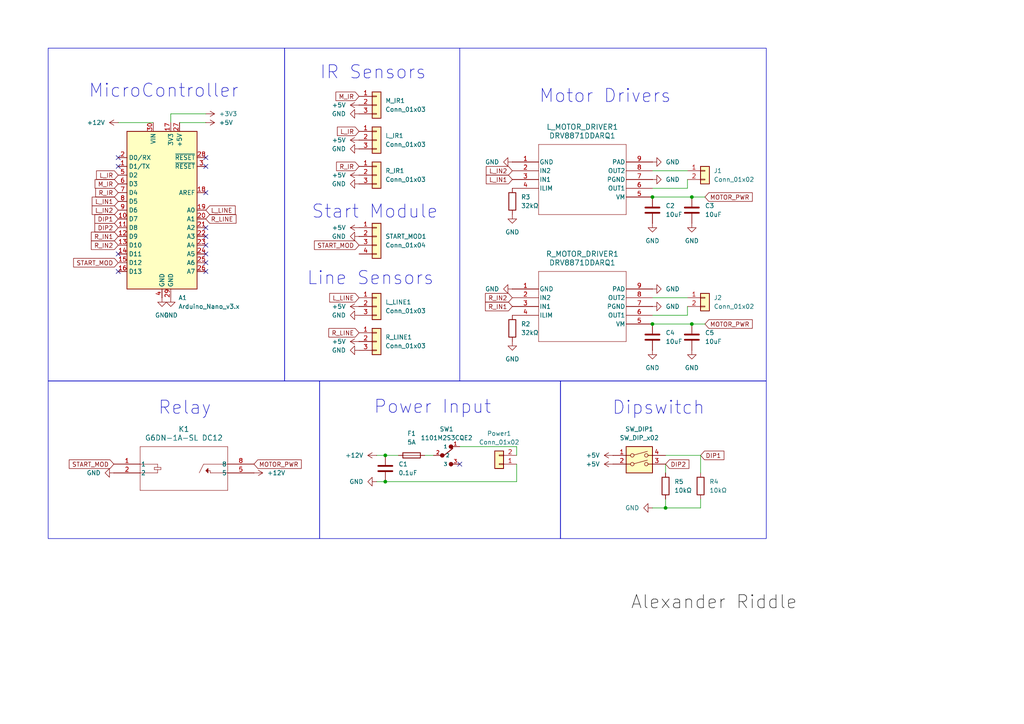
<source format=kicad_sch>
(kicad_sch (version 20231120) (generator "eeschema") (generator_version "8.0")
  (paper "A4")
  (lib_symbols
    (symbol "1101M2S3CQE2:1101M2S3CQE2" (pin_names (offset 1.016))
      (property "Reference" "S" (at 2.5409 5.0819 0))
      (property "Value" "1101M2S3CQE2" (at 2.5405 -5.0811 0))
      (symbol "1101M2S3CQE2_0_0"
        (circle (center 0 -0.254) (radius 0.254) (stroke (width 0.254)))
        (polyline (pts (xy 0.508 0) (xy 3.048 2.032)) (stroke (width 0.254)))
        (circle (center 0 0) (radius 0.254) (stroke (width 0.254)))
        (circle (center 0 0) (radius 0.3592) (stroke (width 0.254)))
        (circle (center 0 0) (radius 0.508) (stroke (width 0.254)))
        (circle (center 2.286 2.54) (radius 0.254) (stroke (width 0.254)))
        (circle (center 2.54 -2.794) (radius 0.254) (stroke (width 0.254)))
        (circle (center 2.54 -2.54) (radius 0.254) (stroke (width 0.254)))
        (circle (center 2.54 -2.54) (radius 0.508) (stroke (width 0.254)))
        (circle (center 2.54 2.54) (radius 0.254) (stroke (width 0.254)))
        (circle (center 2.54 2.54) (radius 0.3592) (stroke (width 0.254)))
        (circle (center 2.54 2.54) (radius 0.3592) (stroke (width 0.254)))
        (circle (center 2.54 2.54) (radius 0.508) (stroke (width 0.254)))
        (pin passive line (at 5.08 2.54 180) (length 2.54) (name "1") (number "1"))
        (pin passive line (at -2.54 0 0) (length 2.54) (name "2") (number "2"))
        (pin passive line (at 5.08 -2.54 180) (length 2.54) (name "3") (number "3"))
      )
    )
    (symbol "Connector_Generic:Conn_01x02" (pin_names (offset 1.016) hide)
      (property "Reference" "J" (at 0 2.54 0))
      (property "Value" "Conn_01x02" (at 0 -5.08 0))
      (symbol "Conn_01x02_1_1"
        (rectangle (start -1.27 -2.413) (end 0 -2.667) (stroke (width 0.1524)))
        (rectangle (start -1.27 0.127) (end 0 -0.127) (stroke (width 0.1524)))
        (rectangle (start -1.27 1.27) (end 1.27 -3.81) (stroke (width 0.254)) (fill (type background)))
        (pin passive line (at -5.08 0 0) (length 3.81) (name "Pin_1") (number "1"))
        (pin passive line (at -5.08 -2.54 0) (length 3.81) (name "Pin_2") (number "2"))
      )
    )
    (symbol "Connector_Generic:Conn_01x03" (pin_names (offset 1.016) hide)
      (property "Reference" "J" (at 0 5.08 0))
      (property "Value" "Conn_01x03" (at 0 -5.08 0))
      (symbol "Conn_01x03_1_1"
        (rectangle (start -1.27 -2.413) (end 0 -2.667) (stroke (width 0.1524)))
        (rectangle (start -1.27 0.127) (end 0 -0.127) (stroke (width 0.1524)))
        (rectangle (start -1.27 2.667) (end 0 2.413) (stroke (width 0.1524)))
        (rectangle (start -1.27 3.81) (end 1.27 -3.81) (stroke (width 0.254)) (fill (type background)))
        (pin passive line (at -5.08 2.54 0) (length 3.81) (name "Pin_1") (number "1"))
        (pin passive line (at -5.08 0 0) (length 3.81) (name "Pin_2") (number "2"))
        (pin passive line (at -5.08 -2.54 0) (length 3.81) (name "Pin_3") (number "3"))
      )
    )
    (symbol "Connector_Generic:Conn_01x04" (pin_names (offset 1.016) hide)
      (property "Reference" "J" (at 0 5.08 0))
      (property "Value" "Conn_01x04" (at 0 -7.62 0))
      (symbol "Conn_01x04_1_1"
        (rectangle (start -1.27 -4.953) (end 0 -5.207) (stroke (width 0.1524)))
        (rectangle (start -1.27 -2.413) (end 0 -2.667) (stroke (width 0.1524)))
        (rectangle (start -1.27 0.127) (end 0 -0.127) (stroke (width 0.1524)))
        (rectangle (start -1.27 2.667) (end 0 2.413) (stroke (width 0.1524)))
        (rectangle (start -1.27 3.81) (end 1.27 -6.35) (stroke (width 0.254)) (fill (type background)))
        (pin passive line (at -5.08 2.54 0) (length 3.81) (name "Pin_1") (number "1"))
        (pin passive line (at -5.08 0 0) (length 3.81) (name "Pin_2") (number "2"))
        (pin passive line (at -5.08 -2.54 0) (length 3.81) (name "Pin_3") (number "3"))
        (pin passive line (at -5.08 -5.08 0) (length 3.81) (name "Pin_4") (number "4"))
      )
    )
    (symbol "DRV8871:DRV8871DDARQ1" (pin_names (offset 0.254))
      (property "Reference" "U" (at 20.32 10.16 0))
      (property "Value" "DRV8871DDARQ1" (at 20.32 7.62 0))
      (symbol "DRV8871DDARQ1_0_1"
        (polyline (pts (xy 7.62 -15.24) (xy 33.02 -15.24)) (stroke (width 0.127)))
        (polyline (pts (xy 7.62 5.08) (xy 7.62 -15.24)) (stroke (width 0.127)))
        (polyline (pts (xy 33.02 -15.24) (xy 33.02 5.08)) (stroke (width 0.127)))
        (polyline (pts (xy 33.02 5.08) (xy 7.62 5.08)) (stroke (width 0.127)))
        (pin power_in line (at 0 0 0) (length 7.62) (name "GND") (number "1"))
        (pin input line (at 0 -2.54 0) (length 7.62) (name "IN2") (number "2"))
        (pin input line (at 0 -5.08 0) (length 7.62) (name "IN1") (number "3"))
        (pin input line (at 0 -7.62 0) (length 7.62) (name "ILIM") (number "4"))
        (pin power_in line (at 40.64 -10.16 180) (length 7.62) (name "VM") (number "5"))
        (pin output line (at 40.64 -7.62 180) (length 7.62) (name "OUT1") (number "6"))
        (pin power_in line (at 40.64 -5.08 180) (length 7.62) (name "PGND") (number "7"))
        (pin output line (at 40.64 -2.54 180) (length 7.62) (name "OUT2") (number "8"))
        (pin power_in line (at 40.64 0 180) (length 7.62) (name "PAD") (number "9"))
      )
    )
    (symbol "Device:C" (pin_numbers hide) (pin_names (offset 0.254))
      (property "Reference" "C" (at 0.635 2.54 0))
      (property "Value" "C" (at 0.635 -2.54 0))
      (symbol "C_0_1"
        (polyline (pts (xy -2.032 -0.762) (xy 2.032 -0.762)) (stroke (width 0.508)))
        (polyline (pts (xy -2.032 0.762) (xy 2.032 0.762)) (stroke (width 0.508)))
      )
      (symbol "C_1_1"
        (pin passive line (at 0 3.81 270) (length 2.794) (name "~") (number "1"))
        (pin passive line (at 0 -3.81 90) (length 2.794) (name "~") (number "2"))
      )
    )
    (symbol "Device:Fuse" (pin_numbers hide) (pin_names (offset 0))
      (property "Reference" "F" (at 2.032 0 90))
      (property "Value" "Fuse" (at -1.905 0 90))
      (symbol "Fuse_0_1"
        (rectangle (start -0.762 -2.54) (end 0.762 2.54) (stroke (width 0.254)))
        (polyline (pts (xy 0 2.54) (xy 0 -2.54)))
      )
      (symbol "Fuse_1_1"
        (pin passive line (at 0 3.81 270) (length 1.27) (name "~") (number "1"))
        (pin passive line (at 0 -3.81 90) (length 1.27) (name "~") (number "2"))
      )
    )
    (symbol "Device:R" (pin_numbers hide) (pin_names (offset 0))
      (property "Reference" "R" (at 2.032 0 90))
      (property "Value" "R" (at 0 0 90))
      (symbol "R_0_1"
        (rectangle (start -1.016 -2.54) (end 1.016 2.54) (stroke (width 0.254)))
      )
      (symbol "R_1_1"
        (pin passive line (at 0 3.81 270) (length 1.27) (name "~") (number "1"))
        (pin passive line (at 0 -3.81 90) (length 1.27) (name "~") (number "2"))
      )
    )
    (symbol "G6DN-1A-SL-DC12:G6DN-1A-SL_DC12" (pin_names (offset 0.254))
      (property "Reference" "K" (at 20.32 10.16 0))
      (property "Value" "G6DN-1A-SL DC12" (at 20.32 7.62 0))
      (symbol "G6DN-1A-SL_DC12_0_1"
        (polyline (pts (xy 7.62 -7.62) (xy 33.02 -7.62)) (stroke (width 0.127)))
        (polyline (pts (xy 7.62 -2.54) (xy 12.7 -2.54)) (stroke (width 0.127)))
        (polyline (pts (xy 7.62 0) (xy 12.7 0)) (stroke (width 0.127)))
        (polyline (pts (xy 7.62 5.08) (xy 7.62 -7.62)) (stroke (width 0.127)))
        (polyline (pts (xy 11.7475 -1.5875) (xy 13.6525 -1.5875)) (stroke (width 0.127)))
        (polyline (pts (xy 11.7475 -0.9525) (xy 11.7475 -1.5875)) (stroke (width 0.127)))
        (polyline (pts (xy 11.7475 -0.9525) (xy 13.6525 -0.9525)) (stroke (width 0.127)))
        (polyline (pts (xy 12.7 -2.54) (xy 12.7 -1.5875)) (stroke (width 0.127)))
        (polyline (pts (xy 12.7 0) (xy 12.7 -0.9525)) (stroke (width 0.127)))
        (polyline (pts (xy 13.6525 -0.9525) (xy 13.6525 -1.5875)) (stroke (width 0.127)))
        (polyline (pts (xy 26.035 0) (xy 24.765 -2.54)) (stroke (width 0.127)))
        (polyline (pts (xy 26.67 -1.905) (xy 27.305 -2.54)) (stroke (width 0.127)))
        (polyline (pts (xy 26.67 -1.905) (xy 27.305 -1.27)) (stroke (width 0.127)))
        (polyline (pts (xy 27.305 -1.905) (xy 27.94 -1.905)) (stroke (width 0.127)))
        (polyline (pts (xy 27.305 -1.27) (xy 27.305 -2.54)) (stroke (width 0.127)))
        (polyline (pts (xy 27.94 -2.54) (xy 27.94 -1.905)) (stroke (width 0.127)))
        (polyline (pts (xy 27.94 -2.54) (xy 33.02 -2.54)) (stroke (width 0.127)))
        (polyline (pts (xy 33.02 -7.62) (xy 33.02 5.08)) (stroke (width 0.127)))
        (polyline (pts (xy 33.02 0) (xy 26.035 0)) (stroke (width 0.127)))
        (polyline (pts (xy 33.02 5.08) (xy 7.62 5.08)) (stroke (width 0.127)))
        (polyline (pts (xy 26.67 -1.905) (xy 27.305 -1.27) (xy 27.305 -2.54)) (fill (type outline)))
        (pin unspecified line (at 0 0 0) (length 7.62) (name "1") (number "1"))
        (pin unspecified line (at 0 -2.54 0) (length 7.62) (name "2") (number "2"))
        (pin unspecified line (at 40.64 -2.54 180) (length 7.62) (name "5") (number "5"))
        (pin unspecified line (at 40.64 0 180) (length 7.62) (name "8") (number "8"))
      )
    )
    (symbol "MCU_Module:Arduino_Nano_v3.x"
      (property "Reference" "A" (at -10.16 23.495 0))
      (property "Value" "Arduino_Nano_v3.x" (at 5.08 -24.13 0))
      (symbol "Arduino_Nano_v3.x_0_1"
        (rectangle (start -10.16 22.86) (end 10.16 -22.86) (stroke (width 0.254)) (fill (type background)))
      )
      (symbol "Arduino_Nano_v3.x_1_1"
        (pin bidirectional line (at -12.7 12.7 0) (length 2.54) (name "D1/TX") (number "1"))
        (pin bidirectional line (at -12.7 -2.54 0) (length 2.54) (name "D7") (number "10"))
        (pin bidirectional line (at -12.7 -5.08 0) (length 2.54) (name "D8") (number "11"))
        (pin bidirectional line (at -12.7 -7.62 0) (length 2.54) (name "D9") (number "12"))
        (pin bidirectional line (at -12.7 -10.16 0) (length 2.54) (name "D10") (number "13"))
        (pin bidirectional line (at -12.7 -12.7 0) (length 2.54) (name "D11") (number "14"))
        (pin bidirectional line (at -12.7 -15.24 0) (length 2.54) (name "D12") (number "15"))
        (pin bidirectional line (at -12.7 -17.78 0) (length 2.54) (name "D13") (number "16"))
        (pin power_out line (at 2.54 25.4 270) (length 2.54) (name "3V3") (number "17"))
        (pin input line (at 12.7 5.08 180) (length 2.54) (name "AREF") (number "18"))
        (pin bidirectional line (at 12.7 0 180) (length 2.54) (name "A0") (number "19"))
        (pin bidirectional line (at -12.7 15.24 0) (length 2.54) (name "D0/RX") (number "2"))
        (pin bidirectional line (at 12.7 -2.54 180) (length 2.54) (name "A1") (number "20"))
        (pin bidirectional line (at 12.7 -5.08 180) (length 2.54) (name "A2") (number "21"))
        (pin bidirectional line (at 12.7 -7.62 180) (length 2.54) (name "A3") (number "22"))
        (pin bidirectional line (at 12.7 -10.16 180) (length 2.54) (name "A4") (number "23"))
        (pin bidirectional line (at 12.7 -12.7 180) (length 2.54) (name "A5") (number "24"))
        (pin bidirectional line (at 12.7 -15.24 180) (length 2.54) (name "A6") (number "25"))
        (pin bidirectional line (at 12.7 -17.78 180) (length 2.54) (name "A7") (number "26"))
        (pin power_out line (at 5.08 25.4 270) (length 2.54) (name "+5V") (number "27"))
        (pin input line (at 12.7 15.24 180) (length 2.54) (name "~{RESET}") (number "28"))
        (pin power_in line (at 2.54 -25.4 90) (length 2.54) (name "GND") (number "29"))
        (pin input line (at 12.7 12.7 180) (length 2.54) (name "~{RESET}") (number "3"))
        (pin power_in line (at -2.54 25.4 270) (length 2.54) (name "VIN") (number "30"))
        (pin power_in line (at 0 -25.4 90) (length 2.54) (name "GND") (number "4"))
        (pin bidirectional line (at -12.7 10.16 0) (length 2.54) (name "D2") (number "5"))
        (pin bidirectional line (at -12.7 7.62 0) (length 2.54) (name "D3") (number "6"))
        (pin bidirectional line (at -12.7 5.08 0) (length 2.54) (name "D4") (number "7"))
        (pin bidirectional line (at -12.7 2.54 0) (length 2.54) (name "D5") (number "8"))
        (pin bidirectional line (at -12.7 0 0) (length 2.54) (name "D6") (number "9"))
      )
    )
    (symbol "Switch:SW_DIP_x02" (pin_names (offset 0) hide)
      (property "Reference" "SW" (at 0 6.35 0))
      (property "Value" "SW_DIP_x02" (at 0 -3.81 0))
      (symbol "SW_DIP_x02_0_0"
        (circle (center -2.032 0) (radius 0.508))
        (circle (center -2.032 2.54) (radius 0.508))
        (polyline (pts (xy -1.524 0.127) (xy 2.3622 1.1684)))
        (polyline (pts (xy -1.524 2.667) (xy 2.3622 3.7084)))
        (circle (center 2.032 0) (radius 0.508))
        (circle (center 2.032 2.54) (radius 0.508))
      )
      (symbol "SW_DIP_x02_0_1"
        (rectangle (start -3.81 5.08) (end 3.81 -2.54) (stroke (width 0.254)) (fill (type background)))
      )
      (symbol "SW_DIP_x02_1_1"
        (pin passive line (at -7.62 2.54 0) (length 5.08) (name "~") (number "1"))
        (pin passive line (at -7.62 0 0) (length 5.08) (name "~") (number "2"))
        (pin passive line (at 7.62 0 180) (length 5.08) (name "~") (number "3"))
        (pin passive line (at 7.62 2.54 180) (length 5.08) (name "~") (number "4"))
      )
    )
    (symbol "power:+12V" (power) (pin_numbers hide) (pin_names (offset 0) hide)
      (property "Value" "+12V" (at 0 3.556 0))
      (symbol "+12V_0_1"
        (polyline (pts (xy -0.762 1.27) (xy 0 2.54)))
        (polyline (pts (xy 0 0) (xy 0 2.54)))
        (polyline (pts (xy 0 2.54) (xy 0.762 1.27)))
      )
      (symbol "+12V_1_1"
        (pin power_in line (at 0 0 90) (length 0) (name "~") (number "1"))
      )
    )
    (symbol "power:+3V3" (power) (pin_numbers hide) (pin_names (offset 0) hide)
      (property "Value" "+3V3" (at 0 3.556 0))
      (symbol "+3V3_0_1"
        (polyline (pts (xy -0.762 1.27) (xy 0 2.54)))
        (polyline (pts (xy 0 0) (xy 0 2.54)))
        (polyline (pts (xy 0 2.54) (xy 0.762 1.27)))
      )
      (symbol "+3V3_1_1"
        (pin power_in line (at 0 0 90) (length 0) (name "~") (number "1"))
      )
    )
    (symbol "power:+5V" (power) (pin_numbers hide) (pin_names (offset 0) hide)
      (property "Value" "+5V" (at 0 3.556 0))
      (symbol "+5V_0_1"
        (polyline (pts (xy -0.762 1.27) (xy 0 2.54)))
        (polyline (pts (xy 0 0) (xy 0 2.54)))
        (polyline (pts (xy 0 2.54) (xy 0.762 1.27)))
      )
      (symbol "+5V_1_1"
        (pin power_in line (at 0 0 90) (length 0) (name "~") (number "1"))
      )
    )
    (symbol "power:GND" (power) (pin_numbers hide) (pin_names (offset 0) hide)
      (property "Value" "GND" (at 0 -3.81 0))
      (symbol "GND_0_1"
        (polyline (pts (xy 0 0) (xy 0 -1.27) (xy 1.27 -1.27) (xy 0 -2.54) (xy -1.27 -1.27) (xy 0 -1.27)))
      )
      (symbol "GND_1_1"
        (pin power_in line (at 0 0 270) (length 0) (name "~") (number "1"))
      )
    )
  )
  (junction (at 189.23 57.15))
  (junction (at 189.23 93.98))
  (junction (at 111.76 139.7))
  (junction (at 111.76 132.08))
  (junction (at 200.66 93.98))
  (junction (at 200.66 57.15))
  (junction (at 193.04 147.32))
  (no_connect (at 133.35 134.62))
  (no_connect (at 34.29 45.72))
  (no_connect (at 59.69 55.88))
  (no_connect (at 59.69 78.74))
  (no_connect (at 59.69 48.26))
  (no_connect (at 34.29 78.74))
  (no_connect (at 34.29 48.26))
  (no_connect (at 59.69 76.2))
  (no_connect (at 59.69 71.12))
  (no_connect (at 59.69 66.04))
  (no_connect (at 59.69 45.72))
  (no_connect (at 34.29 73.66))
  (no_connect (at 59.69 68.58))
  (no_connect (at 59.69 73.66))
  (wire (pts (xy 199.39 91.44) (xy 199.39 88.9)))
  (wire (pts (xy 34.29 35.56) (xy 44.45 35.56)))
  (wire (pts (xy 189.23 54.61) (xy 199.39 54.61)))
  (wire (pts (xy 109.22 132.08) (xy 111.76 132.08)))
  (wire (pts (xy 200.66 57.15) (xy 189.23 57.15)))
  (wire (pts (xy 109.22 139.7) (xy 111.76 139.7)))
  (wire (pts (xy 193.04 144.78) (xy 193.04 147.32)))
  (wire (pts (xy 200.66 93.98) (xy 189.23 93.98)))
  (wire (pts (xy 199.39 54.61) (xy 199.39 52.07)))
  (wire (pts (xy 193.04 147.32) (xy 203.2 147.32)))
  (wire (pts (xy 189.23 49.53) (xy 199.39 49.53)))
  (wire (pts (xy 189.23 86.36) (xy 199.39 86.36)))
  (wire (pts (xy 193.04 132.08) (xy 203.2 132.08)))
  (wire (pts (xy 149.86 129.54) (xy 133.35 129.54)))
  (wire (pts (xy 111.76 132.08) (xy 115.57 132.08)))
  (wire (pts (xy 204.47 93.98) (xy 200.66 93.98)))
  (wire (pts (xy 203.2 144.78) (xy 203.2 147.32)))
  (wire (pts (xy 203.2 132.08) (xy 203.2 137.16)))
  (wire (pts (xy 111.76 139.7) (xy 149.86 139.7)))
  (wire (pts (xy 189.23 91.44) (xy 199.39 91.44)))
  (wire (pts (xy 189.23 147.32) (xy 193.04 147.32)))
  (wire (pts (xy 49.53 35.56) (xy 49.53 33.02)))
  (wire (pts (xy 204.47 57.15) (xy 200.66 57.15)))
  (wire (pts (xy 59.69 35.56) (xy 52.07 35.56)))
  (wire (pts (xy 149.86 132.08) (xy 149.86 129.54)))
  (wire (pts (xy 49.53 33.02) (xy 59.69 33.02)))
  (wire (pts (xy 149.86 139.7) (xy 149.86 134.62)))
  (wire (pts (xy 193.04 134.62) (xy 193.04 137.16)))
  (wire (pts (xy 123.19 132.08) (xy 125.73 132.08)))
  (rectangle (start 13.97 110.49) (end 92.71 156.21))
  (rectangle (start 82.55 13.97) (end 133.35 110.49))
  (rectangle (start 162.56 110.49) (end 222.25 156.21))
  (rectangle (start 13.97 13.97) (end 82.55 110.49))
  (rectangle (start 92.71 110.49) (end 162.56 156.21))
  (rectangle (start 133.35 13.97) (end 222.25 110.49))
  (text "Motor Drivers" (at 175.514 27.94 0) (effects (font (size 3.81 3.81))))
  (text "IR Sensors" (at 108.204 21.082 0) (effects (font (size 3.81 3.81))))
  (text "MicroController" (at 47.498 26.416 0) (effects (font (size 3.81 3.81))))
  (text "Start Module" (at 108.712 61.468 0) (effects (font (size 3.81 3.81))))
  (text "Line Sensors" (at 107.442 80.772 0) (effects (font (size 3.81 3.81))))
  (text "Relay" (at 53.594 118.364 0) (effects (font (size 3.81 3.81))))
  (text "Dipswitch" (at 191.008 118.364 0) (effects (font (size 3.81 3.81))))
  (text "Power Input" (at 125.476 118.11 0) (effects (font (size 3.81 3.81))))
  (label "Alexander Riddle" (at 182.88 177.8 0) (effects (font (size 3.81 3.81))))
  (global_label "L_IN1" (shape input) (at 34.29 58.42 180) (property "Intersheetrefs" "${INTERSHEET_REFS}" (effects (hide yes))))
  (global_label "START_MOD" (shape input) (at 34.29 76.2 180) (property "Intersheetrefs" "${INTERSHEET_REFS}" (effects (hide yes))))
  (global_label "L_IN1" (shape input) (at 148.59 52.07 180) (property "Intersheetrefs" "${INTERSHEET_REFS}" (effects (hide yes))))
  (global_label "L_IR" (shape input) (at 104.14 38.1 180) (property "Intersheetrefs" "${INTERSHEET_REFS}" (effects (hide yes))))
  (global_label "MOTOR_PWR" (shape input) (at 204.47 93.98 0) (property "Intersheetrefs" "${INTERSHEET_REFS}" (effects (hide yes))))
  (global_label "R_IN1" (shape input) (at 34.29 68.58 180) (property "Intersheetrefs" "${INTERSHEET_REFS}" (effects (hide yes))))
  (global_label "R_IN1" (shape input) (at 148.59 88.9 180) (property "Intersheetrefs" "${INTERSHEET_REFS}" (effects (hide yes))))
  (global_label "R_LINE" (shape input) (at 59.69 63.5 0) (property "Intersheetrefs" "${INTERSHEET_REFS}" (effects (hide yes))))
  (global_label "MOTOR_PWR" (shape input) (at 73.66 134.62 0) (property "Intersheetrefs" "${INTERSHEET_REFS}" (effects (hide yes))))
  (global_label "R_IR" (shape input) (at 104.14 48.26 180) (property "Intersheetrefs" "${INTERSHEET_REFS}" (effects (hide yes))))
  (global_label "M_IR" (shape input) (at 34.29 53.34 180) (property "Intersheetrefs" "${INTERSHEET_REFS}" (effects (hide yes))))
  (global_label "START_MOD" (shape input) (at 104.14 71.12 180) (property "Intersheetrefs" "${INTERSHEET_REFS}" (effects (hide yes))))
  (global_label "START_MOD" (shape input) (at 33.02 134.62 180) (property "Intersheetrefs" "${INTERSHEET_REFS}" (effects (hide yes))))
  (global_label "MOTOR_PWR" (shape input) (at 204.47 57.15 0) (property "Intersheetrefs" "${INTERSHEET_REFS}" (effects (hide yes))))
  (global_label "L_LINE" (shape input) (at 59.69 60.96 0) (property "Intersheetrefs" "${INTERSHEET_REFS}" (effects (hide yes))))
  (global_label "L_LINE" (shape input) (at 104.14 86.36 180) (property "Intersheetrefs" "${INTERSHEET_REFS}" (effects (hide yes))))
  (global_label "L_IN2" (shape input) (at 34.29 60.96 180) (property "Intersheetrefs" "${INTERSHEET_REFS}" (effects (hide yes))))
  (global_label "R_IN2" (shape input) (at 34.29 71.12 180) (property "Intersheetrefs" "${INTERSHEET_REFS}" (effects (hide yes))))
  (global_label "R_IR" (shape input) (at 34.29 55.88 180) (property "Intersheetrefs" "${INTERSHEET_REFS}" (effects (hide yes))))
  (global_label "L_IR" (shape input) (at 34.29 50.8 180) (property "Intersheetrefs" "${INTERSHEET_REFS}" (effects (hide yes))))
  (global_label "L_IN2" (shape input) (at 148.59 49.53 180) (property "Intersheetrefs" "${INTERSHEET_REFS}" (effects (hide yes))))
  (global_label "DIP1" (shape input) (at 34.29 63.5 180) (property "Intersheetrefs" "${INTERSHEET_REFS}" (effects (hide yes))))
  (global_label "M_IR" (shape input) (at 104.14 27.94 180) (property "Intersheetrefs" "${INTERSHEET_REFS}" (effects (hide yes))))
  (global_label "DIP2" (shape input) (at 34.29 66.04 180) (property "Intersheetrefs" "${INTERSHEET_REFS}" (effects (hide yes))))
  (global_label "R_LINE" (shape input) (at 104.14 96.52 180) (property "Intersheetrefs" "${INTERSHEET_REFS}" (effects (hide yes))))
  (global_label "DIP2" (shape input) (at 193.04 134.62 0) (property "Intersheetrefs" "${INTERSHEET_REFS}" (effects (hide yes))))
  (global_label "DIP1" (shape input) (at 203.2 132.08 0) (property "Intersheetrefs" "${INTERSHEET_REFS}" (effects (hide yes))))
  (global_label "R_IN2" (shape input) (at 148.59 86.36 180) (property "Intersheetrefs" "${INTERSHEET_REFS}" (effects (hide yes))))
  (symbol (lib_id "power:GND") (at 104.14 33.02 270) (unit 1)
    (property "Reference" "#PWR05" (effects (hide yes)))
    (property "Value" "GND" (at 100.33 33.0199 90) (effects (justify right)))
    (property "Description" "Power symbol creates a global label with name \"GND\" , ground" (effects (hide yes)))
  )
  (symbol (lib_id "power:GND") (at 148.59 46.99 270) (unit 1)
    (property "Reference" "#PWR020" (effects (hide yes)))
    (property "Value" "GND" (at 144.78 46.9899 90) (effects (justify right)))
    (property "Description" "Power symbol creates a global label with name \"GND\" , ground" (effects (hide yes)))
  )
  (symbol (lib_id "power:GND") (at 104.14 53.34 270) (unit 1)
    (property "Reference" "#PWR011" (effects (hide yes)))
    (property "Value" "GND" (at 100.33 53.3399 90) (effects (justify right)))
    (property "Description" "Power symbol creates a global label with name \"GND\" , ground" (effects (hide yes)))
  )
  (symbol (lib_id "Connector_Generic:Conn_01x04") (at 109.22 68.58 0) (unit 1)
    (property "Reference" "START_MOD1" (at 111.76 68.5799 0) (effects (justify left)))
    (property "Value" "Conn_01x04" (at 111.76 71.1199 0) (effects (justify left)))
    (property "Footprint" "Connector_PinHeader_2.54mm:PinHeader_1x04_P2.54mm_Vertical" (effects (hide yes)))
    (property "Description" "Generic connector, single row, 01x04, script generated (kicad-library-utils/schlib/autogen/connector/)" (effects (hide yes)))
  )
  (symbol (lib_id "power:GND") (at 189.23 64.77 0) (unit 1)
    (property "Reference" "#PWR032" (effects (hide yes)))
    (property "Value" "GND" (at 189.23 69.85 0))
    (property "Description" "Power symbol creates a global label with name \"GND\" , ground" (effects (hide yes)))
  )
  (symbol (lib_id "power:+3V3") (at 59.69 33.02 270) (unit 1)
    (property "Reference" "#PWR01" (effects (hide yes)))
    (property "Value" "+3V3" (at 63.5 33.0199 90) (effects (justify left)))
    (property "Description" "Power symbol creates a global label with name \"+3V3\"" (effects (hide yes)))
  )
  (symbol (lib_id "power:GND") (at 200.66 64.77 0) (unit 1)
    (property "Reference" "#PWR034" (effects (hide yes)))
    (property "Value" "GND" (at 200.66 69.85 0))
    (property "Description" "Power symbol creates a global label with name \"GND\" , ground" (effects (hide yes)))
  )
  (symbol (lib_id "power:GND") (at 148.59 99.06 0) (unit 1)
    (property "Reference" "#PWR024" (effects (hide yes)))
    (property "Value" "GND" (at 148.59 104.14 0))
    (property "Description" "Power symbol creates a global label with name \"GND\" , ground" (effects (hide yes)))
  )
  (symbol (lib_id "Device:C") (at 200.66 97.79 0) (unit 1)
    (property "Reference" "C5" (at 204.47 96.5199 0) (effects (justify left)))
    (property "Value" "10uF" (at 204.47 99.0599 0) (effects (justify left)))
    (property "Footprint" "Capacitor_SMD:C_1206_3216Metric_Pad1.33x1.80mm_HandSolder" (effects (hide yes)))
    (property "Description" "Unpolarized capacitor" (effects (hide yes)))
  )
  (symbol (lib_id "Device:C") (at 189.23 60.96 0) (unit 1)
    (property "Reference" "C2" (at 193.04 59.6899 0) (effects (justify left)))
    (property "Value" "10uF" (at 193.04 62.2299 0) (effects (justify left)))
    (property "Footprint" "Capacitor_SMD:C_1206_3216Metric_Pad1.33x1.80mm_HandSolder" (effects (hide yes)))
    (property "Description" "Unpolarized capacitor" (effects (hide yes)))
  )
  (symbol (lib_id "power:+5V") (at 59.69 35.56 270) (unit 1)
    (property "Reference" "#PWR02" (effects (hide yes)))
    (property "Value" "+5V" (at 63.5 35.5599 90) (effects (justify left)))
    (property "Description" "Power symbol creates a global label with name \"+5V\"" (effects (hide yes)))
  )
  (symbol (lib_id "Device:C") (at 200.66 60.96 0) (unit 1)
    (property "Reference" "C3" (at 204.47 59.6899 0) (effects (justify left)))
    (property "Value" "10uF" (at 204.47 62.2299 0) (effects (justify left)))
    (property "Footprint" "Capacitor_SMD:C_1206_3216Metric_Pad1.33x1.80mm_HandSolder" (effects (hide yes)))
    (property "Description" "Unpolarized capacitor" (effects (hide yes)))
  )
  (symbol (lib_id "power:+5V") (at 104.14 88.9 90) (unit 1)
    (property "Reference" "#PWR012" (effects (hide yes)))
    (property "Value" "+5V" (at 100.33 88.8999 90) (effects (justify left)))
    (property "Description" "Power symbol creates a global label with name \"+5V\"" (effects (hide yes)))
  )
  (symbol (lib_id "power:GND") (at 104.14 101.6 270) (unit 1)
    (property "Reference" "#PWR015" (effects (hide yes)))
    (property "Value" "GND" (at 100.33 101.5999 90) (effects (justify right)))
    (property "Description" "Power symbol creates a global label with name \"GND\" , ground" (effects (hide yes)))
  )
  (symbol (lib_id "power:+5V") (at 104.14 40.64 90) (unit 1)
    (property "Reference" "#PWR08" (effects (hide yes)))
    (property "Value" "+5V" (at 100.33 40.6399 90) (effects (justify left)))
    (property "Description" "Power symbol creates a global label with name \"+5V\"" (effects (hide yes)))
  )
  (symbol (lib_id "Device:Fuse") (at 119.38 132.08 90) (unit 1)
    (property "Reference" "F1" (at 119.38 125.73 90))
    (property "Value" "5A" (at 119.38 128.27 90))
    (property "Footprint" "Fuse:Fuse_1206_3216Metric_Pad1.42x1.75mm_HandSolder" (effects (hide yes)))
    (property "Description" "Fuse" (effects (hide yes)))
  )
  (symbol (lib_id "power:GND") (at 148.59 62.23 0) (unit 1)
    (property "Reference" "#PWR021" (effects (hide yes)))
    (property "Value" "GND" (at 148.59 67.31 0))
    (property "Description" "Power symbol creates a global label with name \"GND\" , ground" (effects (hide yes)))
  )
  (symbol (lib_id "power:GND") (at 104.14 91.44 270) (unit 1)
    (property "Reference" "#PWR013" (effects (hide yes)))
    (property "Value" "GND" (at 100.33 91.4399 90) (effects (justify right)))
    (property "Description" "Power symbol creates a global label with name \"GND\" , ground" (effects (hide yes)))
  )
  (symbol (lib_id "Device:R") (at 193.04 140.97 180) (unit 1)
    (property "Reference" "R5" (at 195.58 139.6999 0) (effects (justify right)))
    (property "Value" "10kΩ" (at 195.58 142.2399 0) (effects (justify right)))
    (property "Footprint" "Resistor_SMD:R_1206_3216Metric_Pad1.30x1.75mm_HandSolder" (effects (hide yes)))
    (property "Description" "Resistor" (effects (hide yes)))
  )
  (symbol (lib_id "Connector_Generic:Conn_01x02") (at 144.78 134.62 180) (unit 1)
    (property "Reference" "Power1" (at 144.78 125.73 0))
    (property "Value" "Conn_01x02" (at 144.78 128.27 0))
    (property "Footprint" "Connector_AMASS:AMASS_XT30U-F_1x02_P5.0mm_Vertical" (effects (hide yes)))
    (property "Description" "Generic connector, single row, 01x02, script generated (kicad-library-utils/schlib/autogen/connector/)" (effects (hide yes)))
  )
  (symbol (lib_id "power:GND") (at 189.23 147.32 270) (unit 1)
    (property "Reference" "#PWR033" (effects (hide yes)))
    (property "Value" "GND" (at 185.42 147.3199 90) (effects (justify right)))
    (property "Description" "Power symbol creates a global label with name \"GND\" , ground" (effects (hide yes)))
  )
  (symbol (lib_id "power:+12V") (at 34.29 35.56 90) (unit 1)
    (property "Reference" "#PWR03" (effects (hide yes)))
    (property "Value" "+12V" (at 30.48 35.5601 90) (effects (justify left)))
    (property "Description" "Power symbol creates a global label with name \"+12V\"" (effects (hide yes)))
  )
  (symbol (lib_id "power:GND") (at 189.23 88.9 90) (unit 1)
    (property "Reference" "#PWR026" (effects (hide yes)))
    (property "Value" "GND" (at 193.04 88.8999 90) (effects (justify right)))
    (property "Description" "Power symbol creates a global label with name \"GND\" , ground" (effects (hide yes)))
  )
  (symbol (lib_id "power:+5V") (at 104.14 50.8 90) (unit 1)
    (property "Reference" "#PWR010" (effects (hide yes)))
    (property "Value" "+5V" (at 100.33 50.7999 90) (effects (justify left)))
    (property "Description" "Power symbol creates a global label with name \"+5V\"" (effects (hide yes)))
  )
  (symbol (lib_id "MCU_Module:Arduino_Nano_v3.x") (at 46.99 60.96 0) (unit 1)
    (property "Reference" "A1" (at 51.7241 86.36 0) (effects (justify left)))
    (property "Value" "Arduino_Nano_v3.x" (at 51.7241 88.9 0) (effects (justify left)))
    (property "Footprint" "Module:Arduino_Nano" (effects (hide yes)))
    (property "Datasheet" "http://www.mouser.com/pdfdocs/Gravitech_Arduino_Nano3_0.pdf" (effects (hide yes)))
    (property "Description" "Arduino Nano v3.x" (effects (hide yes)))
  )
  (symbol (lib_id "Device:C") (at 189.23 97.79 0) (unit 1)
    (property "Reference" "C4" (at 193.04 96.5199 0) (effects (justify left)))
    (property "Value" "10uF" (at 193.04 99.0599 0) (effects (justify left)))
    (property "Footprint" "Capacitor_SMD:C_1206_3216Metric_Pad1.33x1.80mm_HandSolder" (effects (hide yes)))
    (property "Description" "Unpolarized capacitor" (effects (hide yes)))
  )
  (symbol (lib_id "power:GND") (at 200.66 101.6 0) (unit 1)
    (property "Reference" "#PWR036" (effects (hide yes)))
    (property "Value" "GND" (at 200.66 106.68 0))
    (property "Description" "Power symbol creates a global label with name \"GND\" , ground" (effects (hide yes)))
  )
  (symbol (lib_id "Connector_Generic:Conn_01x03") (at 109.22 99.06 0) (unit 1)
    (property "Reference" "R_LINE1" (at 111.76 97.7899 0) (effects (justify left)))
    (property "Value" "Conn_01x03" (at 111.76 100.3299 0) (effects (justify left)))
    (property "Footprint" "Connector_PinSocket_2.54mm:PinSocket_1x03_P2.54mm_Vertical" (effects (hide yes)))
    (property "Description" "Generic connector, single row, 01x03, script generated (kicad-library-utils/schlib/autogen/connector/)" (effects (hide yes)))
  )
  (symbol (lib_id "DRV8871:DRV8871DDARQ1") (at 148.59 83.82 0) (unit 1)
    (property "Reference" "R_MOTOR_DRIVER1" (at 168.91 73.66 0) (effects (font (size 1.524 1.524))))
    (property "Value" "DRV8871DDARQ1" (at 168.91 76.2 0) (effects (font (size 1.524 1.524))))
    (property "Footprint" "DRV8871:DDA0008H_N_TEX" (effects (hide yes)))
    (property "Datasheet" "DRV8871DDARQ1" (effects (hide yes)))
  )
  (symbol (lib_id "power:+5V") (at 177.8 132.08 90) (unit 1)
    (property "Reference" "#PWR037" (effects (hide yes)))
    (property "Value" "+5V" (at 173.99 132.0799 90) (effects (justify left)))
    (property "Description" "Power symbol creates a global label with name \"+5V\"" (effects (hide yes)))
  )
  (symbol (lib_id "power:GND") (at 33.02 137.16 270) (unit 1)
    (property "Reference" "#PWR030" (effects (hide yes)))
    (property "Value" "GND" (at 29.21 137.1599 90) (effects (justify right)))
    (property "Description" "Power symbol creates a global label with name \"GND\" , ground" (effects (hide yes)))
  )
  (symbol (lib_id "power:GND") (at 189.23 101.6 0) (unit 1)
    (property "Reference" "#PWR035" (effects (hide yes)))
    (property "Value" "GND" (at 189.23 106.68 0))
    (property "Description" "Power symbol creates a global label with name \"GND\" , ground" (effects (hide yes)))
  )
  (symbol (lib_id "Connector_Generic:Conn_01x03") (at 109.22 30.48 0) (unit 1)
    (property "Reference" "M_IR1" (at 111.76 29.2099 0) (effects (justify left)))
    (property "Value" "Conn_01x03" (at 111.76 31.7499 0) (effects (justify left)))
    (property "Footprint" "Connector_PinSocket_2.54mm:PinSocket_1x03_P2.54mm_Vertical" (effects (hide yes)))
    (property "Description" "Generic connector, single row, 01x03, script generated (kicad-library-utils/schlib/autogen/connector/)" (effects (hide yes)))
  )
  (symbol (lib_id "G6DN-1A-SL-DC12:G6DN-1A-SL_DC12") (at 33.02 134.62 0) (unit 1)
    (property "Reference" "K1" (at 53.34 124.46 0) (effects (font (size 1.524 1.524))))
    (property "Value" "G6DN-1A-SL DC12" (at 53.34 127 0) (effects (font (size 1.524 1.524))))
    (property "Footprint" "G6DN-1A-SL:RELAY_G6DN-1A_OMR" (effects (hide yes)))
    (property "Datasheet" "G6DN-1A-SL DC12" (effects (hide yes)))
  )
  (symbol (lib_id "Device:R") (at 148.59 58.42 0) (unit 1)
    (property "Reference" "R3" (at 151.13 57.1499 0) (effects (justify left)))
    (property "Value" "32kΩ" (at 151.13 59.6899 0) (effects (justify left)))
    (property "Footprint" "Resistor_SMD:R_1206_3216Metric_Pad1.30x1.75mm_HandSolder" (effects (hide yes)))
    (property "Description" "Resistor" (effects (hide yes)))
  )
  (symbol (lib_id "power:GND") (at 104.14 68.58 270) (unit 1)
    (property "Reference" "#PWR016" (effects (hide yes)))
    (property "Value" "GND" (at 100.33 68.5799 90) (effects (justify right)))
    (property "Description" "Power symbol creates a global label with name \"GND\" , ground" (effects (hide yes)))
  )
  (symbol (lib_id "power:GND") (at 109.22 139.7 270) (unit 1)
    (property "Reference" "#PWR022" (effects (hide yes)))
    (property "Value" "GND" (at 105.41 139.6999 90) (effects (justify right)))
    (property "Description" "Power symbol creates a global label with name \"GND\" , ground" (effects (hide yes)))
  )
  (symbol (lib_id "Connector_Generic:Conn_01x03") (at 109.22 88.9 0) (unit 1)
    (property "Reference" "L_LINE1" (at 111.76 87.6299 0) (effects (justify left)))
    (property "Value" "Conn_01x03" (at 111.76 90.1699 0) (effects (justify left)))
    (property "Footprint" "Connector_PinSocket_2.54mm:PinSocket_1x03_P2.54mm_Vertical" (effects (hide yes)))
    (property "Description" "Generic connector, single row, 01x03, script generated (kicad-library-utils/schlib/autogen/connector/)" (effects (hide yes)))
  )
  (symbol (lib_id "power:GND") (at 46.99 86.36 0) (unit 1)
    (property "Reference" "#PWR06" (effects (hide yes)))
    (property "Value" "GND" (at 46.99 91.44 0))
    (property "Description" "Power symbol creates a global label with name \"GND\" , ground" (effects (hide yes)))
  )
  (symbol (lib_id "power:+12V") (at 73.66 137.16 270) (unit 1)
    (property "Reference" "#PWR028" (effects (hide yes)))
    (property "Value" "+12V" (at 77.47 137.1599 90) (effects (justify left)))
    (property "Description" "Power symbol creates a global label with name \"+12V\"" (effects (hide yes)))
  )
  (symbol (lib_id "Connector_Generic:Conn_01x02") (at 204.47 49.53 0) (unit 1)
    (property "Reference" "J1" (at 207.01 49.5299 0) (effects (justify left)))
    (property "Value" "Conn_01x02" (at 207.01 52.0699 0) (effects (justify left)))
    (property "Footprint" "Connector_PinSocket_2.54mm:PinSocket_1x02_P2.54mm_Vertical" (effects (hide yes)))
    (property "Description" "Generic connector, single row, 01x02, script generated (kicad-library-utils/schlib/autogen/connector/)" (effects (hide yes)))
  )
  (symbol (lib_id "power:GND") (at 189.23 46.99 90) (unit 1)
    (property "Reference" "#PWR018" (effects (hide yes)))
    (property "Value" "GND" (at 193.04 46.9899 90) (effects (justify right)))
    (property "Description" "Power symbol creates a global label with name \"GND\" , ground" (effects (hide yes)))
  )
  (symbol (lib_id "DRV8871:DRV8871DDARQ1") (at 148.59 46.99 0) (unit 1)
    (property "Reference" "L_MOTOR_DRIVER1" (at 168.91 36.83 0) (effects (font (size 1.524 1.524))))
    (property "Value" "DRV8871DDARQ1" (at 168.91 39.37 0) (effects (font (size 1.524 1.524))))
    (property "Footprint" "DRV8871:DDA0008H_N_TEX" (effects (hide yes)))
    (property "Datasheet" "DRV8871DDARQ1" (effects (hide yes)))
  )
  (symbol (lib_id "power:GND") (at 148.59 83.82 270) (unit 1)
    (property "Reference" "#PWR023" (effects (hide yes)))
    (property "Value" "GND" (at 144.78 83.8199 90) (effects (justify right)))
    (property "Description" "Power symbol creates a global label with name \"GND\" , ground" (effects (hide yes)))
  )
  (symbol (lib_id "Device:R") (at 203.2 140.97 180) (unit 1)
    (property "Reference" "R4" (at 205.74 139.6999 0) (effects (justify right)))
    (property "Value" "10kΩ" (at 205.74 142.2399 0) (effects (justify right)))
    (property "Footprint" "Resistor_SMD:R_1206_3216Metric_Pad1.30x1.75mm_HandSolder" (effects (hide yes)))
    (property "Description" "Resistor" (effects (hide yes)))
  )
  (symbol (lib_id "power:+12V") (at 109.22 132.08 90) (unit 1)
    (property "Reference" "#PWR027" (effects (hide yes)))
    (property "Value" "+12V" (at 105.41 132.0801 90) (effects (justify left)))
    (property "Description" "Power symbol creates a global label with name \"+12V\"" (effects (hide yes)))
  )
  (symbol (lib_id "Device:C") (at 111.76 135.89 0) (unit 1)
    (property "Reference" "C1" (at 115.57 134.6199 0) (effects (justify left)))
    (property "Value" "0.1uF" (at 115.57 137.1599 0) (effects (justify left)))
    (property "Footprint" "Capacitor_SMD:C_1206_3216Metric_Pad1.33x1.80mm_HandSolder" (effects (hide yes)))
    (property "Description" "Unpolarized capacitor" (effects (hide yes)))
  )
  (symbol (lib_id "Connector_Generic:Conn_01x03") (at 109.22 40.64 0) (unit 1)
    (property "Reference" "L_IR1" (at 111.76 39.3699 0) (effects (justify left)))
    (property "Value" "Conn_01x03" (at 111.76 41.9099 0) (effects (justify left)))
    (property "Footprint" "Connector_PinSocket_2.54mm:PinSocket_1x03_P2.54mm_Vertical" (effects (hide yes)))
    (property "Description" "Generic connector, single row, 01x03, script generated (kicad-library-utils/schlib/autogen/connector/)" (effects (hide yes)))
  )
  (symbol (lib_id "1101M2S3CQE2:1101M2S3CQE2") (at 128.27 132.08 0) (unit 1)
    (property "Reference" "SW1" (at 129.54 124.46 0))
    (property "Value" "1101M2S3CQE2" (at 129.54 127 0))
    (property "Footprint" "1101M2S3CQE2:SW_1101M2S3CQE2" (effects (hide yes)))
    (property "MANUFACTURER" "CnK" (effects (hide yes)))
  )
  (symbol (lib_id "Connector_Generic:Conn_01x02") (at 204.47 86.36 0) (unit 1)
    (property "Reference" "J2" (at 207.01 86.3599 0) (effects (justify left)))
    (property "Value" "Conn_01x02" (at 207.01 88.8999 0) (effects (justify left)))
    (property "Footprint" "Connector_PinSocket_2.54mm:PinSocket_1x02_P2.54mm_Vertical" (effects (hide yes)))
    (property "Description" "Generic connector, single row, 01x02, script generated (kicad-library-utils/schlib/autogen/connector/)" (effects (hide yes)))
  )
  (symbol (lib_id "power:+5V") (at 104.14 30.48 90) (unit 1)
    (property "Reference" "#PWR04" (effects (hide yes)))
    (property "Value" "+5V" (at 100.33 30.4799 90) (effects (justify left)))
    (property "Description" "Power symbol creates a global label with name \"+5V\"" (effects (hide yes)))
  )
  (symbol (lib_id "Device:R") (at 148.59 95.25 0) (unit 1)
    (property "Reference" "R2" (at 151.13 93.9799 0) (effects (justify left)))
    (property "Value" "32kΩ" (at 151.13 96.5199 0) (effects (justify left)))
    (property "Footprint" "Resistor_SMD:R_1206_3216Metric_Pad1.30x1.75mm_HandSolder" (effects (hide yes)))
    (property "Description" "Resistor" (effects (hide yes)))
  )
  (symbol (lib_id "Connector_Generic:Conn_01x03") (at 109.22 50.8 0) (unit 1)
    (property "Reference" "R_IR1" (at 111.76 49.5299 0) (effects (justify left)))
    (property "Value" "Conn_01x03" (at 111.76 52.0699 0) (effects (justify left)))
    (property "Footprint" "Connector_PinSocket_2.54mm:PinSocket_1x03_P2.54mm_Vertical" (effects (hide yes)))
    (property "Description" "Generic connector, single row, 01x03, script generated (kicad-library-utils/schlib/autogen/connector/)" (effects (hide yes)))
  )
  (symbol (lib_id "power:GND") (at 49.53 86.36 0) (unit 1)
    (property "Reference" "#PWR07" (effects (hide yes)))
    (property "Value" "GND" (at 49.53 91.44 0))
    (property "Description" "Power symbol creates a global label with name \"GND\" , ground" (effects (hide yes)))
  )
  (symbol (lib_id "power:+5V") (at 104.14 66.04 90) (unit 1)
    (property "Reference" "#PWR017" (effects (hide yes)))
    (property "Value" "+5V" (at 100.33 66.0399 90) (effects (justify left)))
    (property "Description" "Power symbol creates a global label with name \"+5V\"" (effects (hide yes)))
  )
  (symbol (lib_id "Switch:SW_DIP_x02") (at 185.42 134.62 0) (unit 1)
    (property "Reference" "SW_DIP1" (at 185.42 124.46 0))
    (property "Value" "SW_DIP_x02" (at 185.42 127 0))
    (property "Footprint" "418117270902:418117270902" (effects (hide yes)))
    (property "Description" "2x DIP Switch, Single Pole Single Throw (SPST) switch, small symbol" (effects (hide yes)))
  )
  (symbol (lib_id "power:GND") (at 104.14 43.18 270) (unit 1)
    (property "Reference" "#PWR09" (effects (hide yes)))
    (property "Value" "GND" (at 100.33 43.1799 90) (effects (justify right)))
    (property "Description" "Power symbol creates a global label with name \"GND\" , ground" (effects (hide yes)))
  )
  (symbol (lib_id "power:GND") (at 189.23 83.82 90) (unit 1)
    (property "Reference" "#PWR025" (effects (hide yes)))
    (property "Value" "GND" (at 193.04 83.8199 90) (effects (justify right)))
    (property "Description" "Power symbol creates a global label with name \"GND\" , ground" (effects (hide yes)))
  )
  (symbol (lib_id "power:+5V") (at 177.8 134.62 90) (unit 1)
    (property "Reference" "#PWR029" (effects (hide yes)))
    (property "Value" "+5V" (at 173.99 134.6199 90) (effects (justify left)))
    (property "Description" "Power symbol creates a global label with name \"+5V\"" (effects (hide yes)))
  )
  (symbol (lib_id "power:GND") (at 189.23 52.07 90) (unit 1)
    (property "Reference" "#PWR019" (effects (hide yes)))
    (property "Value" "GND" (at 193.04 52.0699 90) (effects (justify right)))
    (property "Description" "Power symbol creates a global label with name \"GND\" , ground" (effects (hide yes)))
  )
  (symbol (lib_id "power:+5V") (at 104.14 99.06 90) (unit 1)
    (property "Reference" "#PWR014" (effects (hide yes)))
    (property "Value" "+5V" (at 100.33 99.0599 90) (effects (justify left)))
    (property "Description" "Power symbol creates a global label with name \"+5V\"" (effects (hide yes)))
  )
)
</source>
